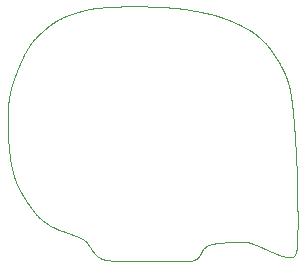
<source format=gko>
G04 #@! TF.FileFunction,Profile,NP*

G04 leading zeros omitted (L); absolute data (A); 6 integer digits and 6 fractional digits *
%FSLAX66Y66*%

G04 mode (MO): millimeters (MM) *
%MOMM*%

G04 Aperture definitions *
%ADD10C,0.001X*%
%ADD11C,0.001X*%
%ADD20C,0.05X*%

%LPD*%
D20*
G01X0023752Y-8654498D02*
G01X0023752Y-8654498D01*
G01X0026722Y-8619344D01*
G01X0029942Y-8581592D01*
G01X0033434Y-8541349D01*
G01X0037218Y-8498724D01*
G01X0041318Y-8453821D01*
G01X0045754Y-8406749D01*
G01X0050549Y-8357615D01*
G01X0055723Y-8306524D01*
G01X0061300Y-8253584D01*
G01X0067300Y-8198902D01*
G01X0073746Y-8142585D01*
G01X0080658Y-8084740D01*
G01X0088060Y-8025473D01*
G01X0095972Y-7964891D01*
G01X0104416Y-7903102D01*
G01X0113414Y-7840212D01*
G01X0122987Y-7776328D01*
G01X0133159Y-7711557D01*
G01X0143949Y-7646006D01*
G01X0155380Y-7579782D01*
G01X0167474Y-7512991D01*
G01X0180252Y-7445741D01*
G01X0193736Y-7378138D01*
G01X0207948Y-7310290D01*
G01X0222910Y-7242302D01*
G01X0222910Y-7242302D01*
G01X0222910Y-7242302D01*
G01X0234632Y-7191278D01*
G01X0246776Y-7140240D01*
G01X0259327Y-7089196D01*
G01X0272273Y-7038152D01*
G01X0285600Y-6987114D01*
G01X0299295Y-6936089D01*
G01X0313345Y-6885084D01*
G01X0327736Y-6834104D01*
G01X0342456Y-6783157D01*
G01X0357491Y-6732249D01*
G01X0372828Y-6681385D01*
G01X0388454Y-6630574D01*
G01X0404355Y-6579821D01*
G01X0420519Y-6529133D01*
G01X0436931Y-6478516D01*
G01X0453580Y-6427977D01*
G01X0470451Y-6377523D01*
G01X0487531Y-6327159D01*
G01X0504808Y-6276892D01*
G01X0522267Y-6226729D01*
G01X0539897Y-6176677D01*
G01X0557682Y-6126741D01*
G01X0575611Y-6076928D01*
G01X0593671Y-6027245D01*
G01X0611847Y-5977698D01*
G01X0630126Y-5928294D01*
G01X0648496Y-5879039D01*
G01X0666943Y-5829940D01*
G01X0685454Y-5781003D01*
G01X0704016Y-5732235D01*
G01X0722615Y-5683642D01*
G01X0741239Y-5635231D01*
G01X0759874Y-5587007D01*
G01X0766085Y-5570976D01*
G01X0766085Y-5570976D01*
G01X0790927Y-5507069D01*
G01X0815761Y-5443522D01*
G01X0840592Y-5380353D01*
G01X0865423Y-5317575D01*
G01X0890256Y-5255204D01*
G01X0915095Y-5193257D01*
G01X0939943Y-5131748D01*
G01X0964803Y-5070693D01*
G01X0989678Y-5010107D01*
G01X1014573Y-4950006D01*
G01X1039488Y-4890406D01*
G01X1064429Y-4831322D01*
G01X1089398Y-4772769D01*
G01X1114398Y-4714763D01*
G01X1139432Y-4657320D01*
G01X1164504Y-4600455D01*
G01X1189617Y-4544183D01*
G01X1214774Y-4488520D01*
G01X1239978Y-4433482D01*
G01X1265232Y-4379084D01*
G01X1290539Y-4325341D01*
G01X1315903Y-4272269D01*
G01X1341327Y-4219884D01*
G01X1366814Y-4168201D01*
G01X1392367Y-4117235D01*
G01X1392367Y-4117235D01*
G01X1392367Y-4117235D01*
G01X1424387Y-4054578D01*
G01X1456466Y-3993113D01*
G01X1488583Y-3932846D01*
G01X1520717Y-3873782D01*
G01X1552846Y-3815926D01*
G01X1584949Y-3759282D01*
G01X1617005Y-3703857D01*
G01X1648993Y-3649655D01*
G01X1680891Y-3596681D01*
G01X1712679Y-3544941D01*
G01X1744334Y-3494439D01*
G01X1775836Y-3445181D01*
G01X1807164Y-3397171D01*
G01X1838296Y-3350414D01*
G01X1869211Y-3304917D01*
G01X1899887Y-3260683D01*
G01X1930305Y-3217719D01*
G01X1960442Y-3176028D01*
G01X1990277Y-3135616D01*
G01X2019789Y-3096489D01*
G01X2019789Y-3096489D01*
G01X2019789Y-3096489D01*
G01X2054764Y-3051218D01*
G01X2089345Y-3007640D01*
G01X2123650Y-2965560D01*
G01X2157798Y-2924788D01*
G01X2191907Y-2885129D01*
G01X2226098Y-2846391D01*
G01X2260487Y-2808382D01*
G01X2295196Y-2770909D01*
G01X2330341Y-2733780D01*
G01X2366042Y-2696801D01*
G01X2402418Y-2659780D01*
G01X2439587Y-2622524D01*
G01X2477669Y-2584842D01*
G01X2516781Y-2546539D01*
G01X2557044Y-2507424D01*
G01X2598576Y-2467304D01*
G01X2627027Y-2439904D01*
G01X2627027Y-2439904D01*
G01X2663498Y-2404845D01*
G01X2700957Y-2368933D01*
G01X2739365Y-2332245D01*
G01X2778680Y-2294856D01*
G01X2818864Y-2256844D01*
G01X2859876Y-2218286D01*
G01X2901677Y-2179258D01*
G01X2944226Y-2139836D01*
G01X2987485Y-2100097D01*
G01X3031413Y-2060118D01*
G01X3075970Y-2019976D01*
G01X3121117Y-1979747D01*
G01X3166813Y-1939507D01*
G01X3213019Y-1899333D01*
G01X3259695Y-1859303D01*
G01X3306801Y-1819492D01*
G01X3354298Y-1779977D01*
G01X3402145Y-1740835D01*
G01X3450302Y-1702142D01*
G01X3498730Y-1663976D01*
G01X3498730Y-1663976D01*
G01X3498730Y-1663976D01*
G01X3547397Y-1626396D01*
G01X3596287Y-1589418D01*
G01X3645382Y-1553047D01*
G01X3694666Y-1517289D01*
G01X3744121Y-1482149D01*
G01X3793731Y-1447635D01*
G01X3843478Y-1413751D01*
G01X3893346Y-1380503D01*
G01X3943318Y-1347898D01*
G01X3993376Y-1315941D01*
G01X4043504Y-1284639D01*
G01X4093685Y-1253997D01*
G01X4143902Y-1224021D01*
G01X4194137Y-1194716D01*
G01X4244374Y-1166090D01*
G01X4294596Y-1138147D01*
G01X4344786Y-1110894D01*
G01X4394926Y-1084337D01*
G01X4445001Y-1058481D01*
G01X4494992Y-1033332D01*
G01X4494992Y-1033332D01*
G01X4494992Y-1033332D01*
G01X4544891Y-1008889D01*
G01X4594744Y-0985114D01*
G01X4644623Y-0961957D01*
G01X4694596Y-0939368D01*
G01X4744734Y-0917298D01*
G01X4795106Y-0895698D01*
G01X4845781Y-0874517D01*
G01X4896829Y-0853706D01*
G01X4948321Y-0833217D01*
G01X5000326Y-0812998D01*
G01X5052913Y-0793001D01*
G01X5106152Y-0773176D01*
G01X5160113Y-0753473D01*
G01X5214865Y-0733844D01*
G01X5270479Y-0714238D01*
G01X5327024Y-0694605D01*
G01X5384569Y-0674897D01*
G01X5443185Y-0655064D01*
G01X5502940Y-0635056D01*
G01X5563905Y-0614823D01*
G01X5563905Y-0614823D01*
G01X5563905Y-0614823D01*
G01X5613586Y-0598452D01*
G01X5664066Y-0581934D01*
G01X5715324Y-0565298D01*
G01X5767341Y-0548574D01*
G01X5820098Y-0531790D01*
G01X5873574Y-0514974D01*
G01X5927750Y-0498156D01*
G01X5982606Y-0481365D01*
G01X6038122Y-0464629D01*
G01X6094278Y-0447976D01*
G01X6151054Y-0431436D01*
G01X6208431Y-0415038D01*
G01X6266388Y-0398810D01*
G01X6324907Y-0382780D01*
G01X6383966Y-0366979D01*
G01X6443547Y-0351433D01*
G01X6503629Y-0336174D01*
G01X6564193Y-0321228D01*
G01X6625219Y-0306625D01*
G01X6686687Y-0292393D01*
G01X6748577Y-0278562D01*
G01X6810869Y-0265160D01*
G01X6873544Y-0252216D01*
G01X6936581Y-0239758D01*
G01X6999961Y-0227816D01*
G01X6999961Y-0227816D01*
G01X6999961Y-0227816D01*
G01X7063665Y-0216409D01*
G01X7127666Y-0205528D01*
G01X7191935Y-0195156D01*
G01X7256443Y-0185274D01*
G01X7321161Y-0175865D01*
G01X7386059Y-0166913D01*
G01X7451109Y-0158399D01*
G01X7516281Y-0150307D01*
G01X7581546Y-0142618D01*
G01X7646875Y-0135317D01*
G01X7712239Y-0128384D01*
G01X7777608Y-0121803D01*
G01X7842954Y-0115557D01*
G01X7908246Y-0109628D01*
G01X7973457Y-0103999D01*
G01X8038557Y-0098652D01*
G01X8103516Y-0093570D01*
G01X8168306Y-0088735D01*
G01X8232897Y-0084131D01*
G01X8297261Y-0079740D01*
G01X8361367Y-0075545D01*
G01X8425187Y-0071527D01*
G01X8488691Y-0067671D01*
G01X8551851Y-0063958D01*
G01X8614638Y-0060370D01*
G01X8614638Y-0060370D01*
G01X8614638Y-0060370D01*
G01X8677029Y-0056895D01*
G01X8739031Y-0053528D01*
G01X8800653Y-0050268D01*
G01X8861906Y-0047115D01*
G01X8922800Y-0044070D01*
G01X8983346Y-0041130D01*
G01X9043553Y-0038297D01*
G01X9103432Y-0035569D01*
G01X9162993Y-0032946D01*
G01X9222247Y-0030428D01*
G01X9281203Y-0028014D01*
G01X9339872Y-0025704D01*
G01X9398265Y-0023497D01*
G01X9456391Y-0021394D01*
G01X9514261Y-0019393D01*
G01X9571885Y-0017494D01*
G01X9629273Y-0015696D01*
G01X9686436Y-0014000D01*
G01X9743384Y-0012405D01*
G01X9800127Y-0010911D01*
G01X9856676Y-0009516D01*
G01X9913040Y-0008221D01*
G01X9969230Y-0007025D01*
G01X10025257Y-0005927D01*
G01X10081130Y-0004928D01*
G01X10081130Y-0004928D01*
G01X10081130Y-0004928D01*
G01X10136861Y-0004026D01*
G01X10192460Y-0003221D01*
G01X10247935Y-0002509D01*
G01X10303292Y-0001890D01*
G01X10358539Y-0001362D01*
G01X10413683Y-0000923D01*
G01X10468731Y-0000572D01*
G01X10523691Y-0000305D01*
G01X10578569Y-0000123D01*
G01X10633373Y-0000023D01*
G01X10688110Y-0000003D01*
G01X10742787Y-0000062D01*
G01X10797412Y-0000197D01*
G01X10851991Y-0000408D01*
G01X10906532Y-0000692D01*
G01X10961043Y-0001048D01*
G01X11015530Y-0001473D01*
G01X11070000Y-0001967D01*
G01X11124462Y-0002527D01*
G01X11178921Y-0003151D01*
G01X11233386Y-0003839D01*
G01X11287863Y-0004588D01*
G01X11342360Y-0005396D01*
G01X11396884Y-0006262D01*
G01X11451441Y-0007183D01*
G01X11451441Y-0007183D01*
G01X11451441Y-0007183D01*
G01X11506046Y-0008161D01*
G01X11560724Y-0009197D01*
G01X11615503Y-0010293D01*
G01X11670411Y-0011452D01*
G01X11725474Y-0012678D01*
G01X11780722Y-0013974D01*
G01X11836181Y-0015342D01*
G01X11891880Y-0016786D01*
G01X11947845Y-0018308D01*
G01X12004105Y-0019913D01*
G01X12060686Y-0021602D01*
G01X12117618Y-0023378D01*
G01X12174928Y-0025246D01*
G01X12232642Y-0027207D01*
G01X12290789Y-0029266D01*
G01X12349397Y-0031424D01*
G01X12408493Y-0033685D01*
G01X12468104Y-0036053D01*
G01X12528260Y-0038529D01*
G01X12588986Y-0041118D01*
G01X12650311Y-0043821D01*
G01X12712262Y-0046643D01*
G01X12774867Y-0049586D01*
G01X12838155Y-0052653D01*
G01X12902151Y-0055847D01*
G01X12902151Y-0055847D01*
G01X12902151Y-0055847D01*
G01X12950625Y-0058328D01*
G01X12999485Y-0060883D01*
G01X13048702Y-0063512D01*
G01X13098248Y-0066216D01*
G01X13148093Y-0068996D01*
G01X13198209Y-0071851D01*
G01X13248565Y-0074782D01*
G01X13299132Y-0077790D01*
G01X13349883Y-0080875D01*
G01X13400787Y-0084038D01*
G01X13451815Y-0087279D01*
G01X13502938Y-0090598D01*
G01X13554127Y-0093997D01*
G01X13605352Y-0097476D01*
G01X13656586Y-0101034D01*
G01X13707797Y-0104674D01*
G01X13758959Y-0108394D01*
G01X13810040Y-0112196D01*
G01X13861012Y-0116080D01*
G01X13911846Y-0120046D01*
G01X13962512Y-0124095D01*
G01X14012982Y-0128228D01*
G01X14063227Y-0132445D01*
G01X14113216Y-0136747D01*
G01X14162922Y-0141133D01*
G01X14212314Y-0145605D01*
G01X14261364Y-0150163D01*
G01X14310043Y-0154807D01*
G01X14358321Y-0159538D01*
G01X14406169Y-0164356D01*
G01X14453558Y-0169263D01*
G01X14500459Y-0174257D01*
G01X14546843Y-0179341D01*
G01X14562184Y-0181055D01*
G01X14562184Y-0181055D01*
G01X14622987Y-0188020D01*
G01X14682960Y-0195161D01*
G01X14742175Y-0202481D01*
G01X14800704Y-0209980D01*
G01X14858619Y-0217661D01*
G01X14915993Y-0225526D01*
G01X14972897Y-0233577D01*
G01X15029404Y-0241815D01*
G01X15085585Y-0250242D01*
G01X15141514Y-0258860D01*
G01X15197262Y-0267671D01*
G01X15252901Y-0276676D01*
G01X15308504Y-0285878D01*
G01X15364142Y-0295278D01*
G01X15419888Y-0304878D01*
G01X15475813Y-0314681D01*
G01X15531991Y-0324687D01*
G01X15588493Y-0334898D01*
G01X15645391Y-0345317D01*
G01X15702757Y-0355945D01*
G01X15760665Y-0366785D01*
G01X15819184Y-0377837D01*
G01X15878389Y-0389103D01*
G01X15938351Y-0400587D01*
G01X15999142Y-0412289D01*
G01X15999142Y-0412289D01*
G01X15999142Y-0412289D01*
G01X16045327Y-0421212D01*
G01X16092020Y-0430266D01*
G01X16139199Y-0439454D01*
G01X16186838Y-0448777D01*
G01X16234914Y-0458237D01*
G01X16283402Y-0467838D01*
G01X16332280Y-0477581D01*
G01X16381521Y-0487469D01*
G01X16431103Y-0497505D01*
G01X16481002Y-0507689D01*
G01X16531193Y-0518025D01*
G01X16581652Y-0528515D01*
G01X16632355Y-0539161D01*
G01X16683278Y-0549966D01*
G01X16734398Y-0560932D01*
G01X16785689Y-0572060D01*
G01X16837128Y-0583355D01*
G01X16888691Y-0594817D01*
G01X16940354Y-0606449D01*
G01X16992092Y-0618253D01*
G01X17043882Y-0630233D01*
G01X17095700Y-0642389D01*
G01X17147521Y-0654724D01*
G01X17199321Y-0667241D01*
G01X17251077Y-0679942D01*
G01X17302764Y-0692830D01*
G01X17354358Y-0705906D01*
G01X17405835Y-0719172D01*
G01X17457172Y-0732632D01*
G01X17508343Y-0746287D01*
G01X17559325Y-0760140D01*
G01X17610095Y-0774193D01*
G01X17660626Y-0788448D01*
G01X17677414Y-0793245D01*
G01X17677414Y-0793245D01*
G01X17727610Y-0807779D01*
G01X17777576Y-0822529D01*
G01X17827327Y-0837500D01*
G01X17876880Y-0852693D01*
G01X17926249Y-0868113D01*
G01X17975450Y-0883762D01*
G01X18024499Y-0899643D01*
G01X18073412Y-0915759D01*
G01X18122204Y-0932113D01*
G01X18170891Y-0948708D01*
G01X18219489Y-0965547D01*
G01X18268012Y-0982633D01*
G01X18316478Y-0999969D01*
G01X18364901Y-1017557D01*
G01X18413297Y-1035402D01*
G01X18461682Y-1053505D01*
G01X18510071Y-1071870D01*
G01X18558481Y-1090499D01*
G01X18606926Y-1109397D01*
G01X18655423Y-1128565D01*
G01X18703987Y-1148007D01*
G01X18752633Y-1167725D01*
G01X18801378Y-1187723D01*
G01X18850237Y-1208004D01*
G01X18899226Y-1228570D01*
G01X18948360Y-1249425D01*
G01X18997655Y-1270571D01*
G01X19047126Y-1292011D01*
G01X19096790Y-1313749D01*
G01X19146662Y-1335788D01*
G01X19196757Y-1358130D01*
G01X19247092Y-1380778D01*
G01X19297681Y-1403735D01*
G01X19314604Y-1411457D01*
G01X19314604Y-1411457D01*
G01X19365557Y-1434834D01*
G01X19416773Y-1458531D01*
G01X19468227Y-1482552D01*
G01X19519893Y-1506898D01*
G01X19571748Y-1531571D01*
G01X19623765Y-1556576D01*
G01X19675920Y-1581912D01*
G01X19728187Y-1607585D01*
G01X19780541Y-1633594D01*
G01X19832958Y-1659944D01*
G01X19885413Y-1686636D01*
G01X19937879Y-1713674D01*
G01X19990333Y-1741058D01*
G01X20042749Y-1768793D01*
G01X20095102Y-1796880D01*
G01X20147366Y-1825321D01*
G01X20199518Y-1854120D01*
G01X20251532Y-1883278D01*
G01X20303382Y-1912798D01*
G01X20355044Y-1942683D01*
G01X20406492Y-1972935D01*
G01X20457703Y-2003556D01*
G01X20508649Y-2034548D01*
G01X20559307Y-2065915D01*
G01X20609651Y-2097659D01*
G01X20659657Y-2129782D01*
G01X20709299Y-2162286D01*
G01X20758552Y-2195174D01*
G01X20807391Y-2228449D01*
G01X20855791Y-2262112D01*
G01X20903727Y-2296167D01*
G01X20951173Y-2330616D01*
G01X20998106Y-2365460D01*
G01X21013631Y-2377164D01*
G01X21013631Y-2377164D01*
G01X21059851Y-2412545D01*
G01X21105541Y-2448328D01*
G01X21150707Y-2484500D01*
G01X21195353Y-2521050D01*
G01X21239484Y-2557965D01*
G01X21283104Y-2595232D01*
G01X21326220Y-2632839D01*
G01X21368836Y-2670775D01*
G01X21410955Y-2709026D01*
G01X21452585Y-2747581D01*
G01X21493728Y-2786427D01*
G01X21534390Y-2825553D01*
G01X21574576Y-2864945D01*
G01X21614291Y-2904591D01*
G01X21653539Y-2944480D01*
G01X21692326Y-2984598D01*
G01X21730656Y-3024935D01*
G01X21768534Y-3065477D01*
G01X21805964Y-3106212D01*
G01X21842953Y-3147128D01*
G01X21879504Y-3188212D01*
G01X21915622Y-3229453D01*
G01X21951313Y-3270838D01*
G01X21986580Y-3312355D01*
G01X22021430Y-3353992D01*
G01X22055866Y-3395736D01*
G01X22089894Y-3437575D01*
G01X22123518Y-3479496D01*
G01X22156744Y-3521489D01*
G01X22189575Y-3563539D01*
G01X22222018Y-3605636D01*
G01X22254076Y-3647766D01*
G01X22285755Y-3689918D01*
G01X22296231Y-3703971D01*
G01X22296231Y-3703971D01*
G01X22327417Y-3746139D01*
G01X22358248Y-3788330D01*
G01X22388738Y-3830554D01*
G01X22418899Y-3872820D01*
G01X22448744Y-3915139D01*
G01X22478287Y-3957522D01*
G01X22507538Y-3999977D01*
G01X22536513Y-4042516D01*
G01X22565221Y-4085148D01*
G01X22593678Y-4127884D01*
G01X22621895Y-4170734D01*
G01X22649884Y-4213708D01*
G01X22677660Y-4256816D01*
G01X22705233Y-4300068D01*
G01X22732618Y-4343475D01*
G01X22759826Y-4387046D01*
G01X22786871Y-4430792D01*
G01X22813765Y-4474723D01*
G01X22840520Y-4518850D01*
G01X22867150Y-4563181D01*
G01X22893668Y-4607728D01*
G01X22920085Y-4652501D01*
G01X22946414Y-4697509D01*
G01X22972669Y-4742763D01*
G01X22998861Y-4788274D01*
G01X23025005Y-4834050D01*
G01X23051111Y-4880103D01*
G01X23077194Y-4926443D01*
G01X23103265Y-4973079D01*
G01X23129337Y-5020022D01*
G01X23155424Y-5067282D01*
G01X23181537Y-5114870D01*
G01X23207689Y-5162794D01*
G01X23216418Y-5178846D01*
G01X23216418Y-5178846D01*
G01X23233891Y-5211071D01*
G01X23251383Y-5243487D01*
G01X23268889Y-5276135D01*
G01X23286404Y-5309056D01*
G01X23303924Y-5342290D01*
G01X23321445Y-5375876D01*
G01X23338961Y-5409857D01*
G01X23356469Y-5444271D01*
G01X23373964Y-5479159D01*
G01X23391442Y-5514563D01*
G01X23408898Y-5550521D01*
G01X23426328Y-5587074D01*
G01X23443727Y-5624264D01*
G01X23461091Y-5662129D01*
G01X23478415Y-5700711D01*
G01X23495695Y-5740050D01*
G01X23512927Y-5780186D01*
G01X23530106Y-5821159D01*
G01X23547228Y-5863011D01*
G01X23564287Y-5905780D01*
G01X23581281Y-5949509D01*
G01X23598204Y-5994236D01*
G01X23615051Y-6040003D01*
G01X23631819Y-6086850D01*
G01X23648503Y-6134817D01*
G01X23665098Y-6183944D01*
G01X23681600Y-6234272D01*
G01X23698005Y-6285841D01*
G01X23714308Y-6338692D01*
G01X23730505Y-6392865D01*
G01X23746591Y-6448401D01*
G01X23762561Y-6505339D01*
G01X23778412Y-6563720D01*
G01X23794139Y-6623584D01*
G01X23809737Y-6684973D01*
G01X23825203Y-6747925D01*
G01X23840531Y-6812482D01*
G01X23855716Y-6878684D01*
G01X23870756Y-6946571D01*
G01X23885645Y-7016184D01*
G01X23900378Y-7087563D01*
G01X23914952Y-7160748D01*
G01X23929361Y-7235780D01*
G01X23943602Y-7312699D01*
G01X23957670Y-7391545D01*
G01X23971560Y-7472359D01*
G01X23985268Y-7555182D01*
G01X23998790Y-7640053D01*
G01X24012121Y-7727013D01*
G01X24025257Y-7816102D01*
G01X24025257Y-7816102D01*
G01X24025257Y-7816102D01*
G01X24031750Y-7861455D01*
G01X24038193Y-7907338D01*
G01X24044586Y-7953740D01*
G01X24050930Y-8000651D01*
G01X24057223Y-8048059D01*
G01X24063467Y-8095954D01*
G01X24069661Y-8144323D01*
G01X24075806Y-8193157D01*
G01X24081902Y-8242443D01*
G01X24087949Y-8292172D01*
G01X24093946Y-8342331D01*
G01X24099895Y-8392909D01*
G01X24105796Y-8443897D01*
G01X24111647Y-8495282D01*
G01X24117450Y-8547053D01*
G01X24123205Y-8599199D01*
G01X24128912Y-8651710D01*
G01X24134570Y-8704575D01*
G01X24140181Y-8757781D01*
G01X24145744Y-8811318D01*
G01X24151259Y-8865175D01*
G01X24156726Y-8919341D01*
G01X24162147Y-8973805D01*
G01X24167520Y-9028555D01*
G01X24172845Y-9083581D01*
G01X24178124Y-9138872D01*
G01X24183356Y-9194416D01*
G01X24188541Y-9250202D01*
G01X24193679Y-9306220D01*
G01X24198771Y-9362457D01*
G01X24203817Y-9418904D01*
G01X24208816Y-9475549D01*
G01X24213769Y-9532381D01*
G01X24218676Y-9589389D01*
G01X24223538Y-9646561D01*
G01X24228353Y-9703887D01*
G01X24233123Y-9761356D01*
G01X24237848Y-9818956D01*
G01X24242527Y-9876677D01*
G01X24247161Y-9934506D01*
G01X24251750Y-9992435D01*
G01X24256293Y-10050450D01*
G01X24260792Y-10108541D01*
G01X24265247Y-10166698D01*
G01X24269657Y-10224908D01*
G01X24274022Y-10283162D01*
G01X24278343Y-10341447D01*
G01X24282620Y-10399752D01*
G01X24286852Y-10458067D01*
G01X24291041Y-10516381D01*
G01X24295186Y-10574682D01*
G01X24299288Y-10632960D01*
G01X24303346Y-10691203D01*
G01X24307360Y-10749399D01*
G01X24311331Y-10807539D01*
G01X24315259Y-10865611D01*
G01X24319144Y-10923604D01*
G01X24322986Y-10981507D01*
G01X24326786Y-11039309D01*
G01X24330542Y-11096998D01*
G01X24334257Y-11154564D01*
G01X24337928Y-11211995D01*
G01X24341558Y-11269281D01*
G01X24345145Y-11326410D01*
G01X24348691Y-11383371D01*
G01X24352195Y-11440153D01*
G01X24355656Y-11496746D01*
G01X24359077Y-11553137D01*
G01X24362456Y-11609317D01*
G01X24365793Y-11665273D01*
G01X24369089Y-11720995D01*
G01X24372345Y-11776471D01*
G01X24375559Y-11831692D01*
G01X24378732Y-11886644D01*
G01X24381865Y-11941319D01*
G01X24384957Y-11995703D01*
G01X24388009Y-12049787D01*
G01X24391020Y-12103559D01*
G01X24393992Y-12157008D01*
G01X24396923Y-12210122D01*
G01X24399814Y-12262892D01*
G01X24402666Y-12315306D01*
G01X24405477Y-12367352D01*
G01X24408250Y-12419020D01*
G01X24410983Y-12470299D01*
G01X24413676Y-12521177D01*
G01X24416331Y-12571644D01*
G01X24418946Y-12621688D01*
G01X24421523Y-12671298D01*
G01X24424061Y-12720463D01*
G01X24426560Y-12769172D01*
G01X24429021Y-12817414D01*
G01X24431443Y-12865179D01*
G01X24433827Y-12912454D01*
G01X24436173Y-12959229D01*
G01X24438481Y-13005492D01*
G01X24440752Y-13051233D01*
G01X24442984Y-13096440D01*
G01X24445179Y-13141103D01*
G01X24447336Y-13185210D01*
G01X24447336Y-13185210D01*
G01X24447336Y-13185210D01*
G01X24451540Y-13271738D01*
G01X24455597Y-13356059D01*
G01X24459510Y-13438234D01*
G01X24463283Y-13518325D01*
G01X24466919Y-13596391D01*
G01X24470420Y-13672495D01*
G01X24473790Y-13746698D01*
G01X24477031Y-13819059D01*
G01X24480147Y-13889641D01*
G01X24483140Y-13958504D01*
G01X24486014Y-14025710D01*
G01X24488772Y-14091319D01*
G01X24491415Y-14155392D01*
G01X24493949Y-14217990D01*
G01X24496374Y-14279175D01*
G01X24498696Y-14339007D01*
G01X24500915Y-14397548D01*
G01X24503036Y-14454858D01*
G01X24505062Y-14510998D01*
G01X24506995Y-14566030D01*
G01X24508838Y-14620014D01*
G01X24510594Y-14673011D01*
G01X24512267Y-14725083D01*
G01X24513860Y-14776290D01*
G01X24515374Y-14826693D01*
G01X24516814Y-14876354D01*
G01X24518182Y-14925334D01*
G01X24519482Y-14973692D01*
G01X24520716Y-15021492D01*
G01X24521887Y-15068792D01*
G01X24522998Y-15115655D01*
G01X24524053Y-15162142D01*
G01X24525053Y-15208313D01*
G01X24526003Y-15254229D01*
G01X24526906Y-15299952D01*
G01X24527763Y-15345542D01*
G01X24528579Y-15391061D01*
G01X24529355Y-15436569D01*
G01X24530096Y-15482128D01*
G01X24530804Y-15527798D01*
G01X24531483Y-15573640D01*
G01X24532134Y-15619717D01*
G01X24532761Y-15666087D01*
G01X24533368Y-15712813D01*
G01X24533956Y-15759956D01*
G01X24534530Y-15807576D01*
G01X24535092Y-15855735D01*
G01X24535645Y-15904493D01*
G01X24536191Y-15953912D01*
G01X24536735Y-16004052D01*
G01X24536735Y-16004052D01*
G01X24536735Y-16004052D01*
G01X24537278Y-16054959D01*
G01X24537820Y-16106617D01*
G01X24538361Y-16158996D01*
G01X24538900Y-16212066D01*
G01X24539435Y-16265797D01*
G01X24539967Y-16320158D01*
G01X24540494Y-16375121D01*
G01X24541016Y-16430654D01*
G01X24541531Y-16486728D01*
G01X24542040Y-16543312D01*
G01X24542541Y-16600377D01*
G01X24543034Y-16657893D01*
G01X24543518Y-16715828D01*
G01X24543992Y-16774155D01*
G01X24544455Y-16832841D01*
G01X24544907Y-16891858D01*
G01X24545347Y-16951175D01*
G01X24545773Y-17010763D01*
G01X24546186Y-17070590D01*
G01X24546585Y-17130628D01*
G01X24546968Y-17190845D01*
G01X24547336Y-17251213D01*
G01X24547686Y-17311700D01*
G01X24548020Y-17372277D01*
G01X24548335Y-17432914D01*
G01X24548631Y-17493581D01*
G01X24548907Y-17554248D01*
G01X24549162Y-17614884D01*
G01X24549397Y-17675459D01*
G01X24549609Y-17735945D01*
G01X24549799Y-17796309D01*
G01X24549965Y-17856523D01*
G01X24550106Y-17916557D01*
G01X24550223Y-17976379D01*
G01X24550313Y-18035961D01*
G01X24550377Y-18095273D01*
G01X24550414Y-18154283D01*
G01X24550423Y-18212962D01*
G01X24550402Y-18271281D01*
G01X24550352Y-18329208D01*
G01X24550272Y-18386714D01*
G01X24550160Y-18443770D01*
G01X24550017Y-18500344D01*
G01X24549841Y-18556406D01*
G01X24549631Y-18611928D01*
G01X24549387Y-18666878D01*
G01X24549108Y-18721227D01*
G01X24548794Y-18774944D01*
G01X24548442Y-18828000D01*
G01X24548054Y-18880364D01*
G01X24548054Y-18880364D01*
G01X24548054Y-18880364D01*
G01X24547400Y-18957566D01*
G01X24546656Y-19033157D01*
G01X24545819Y-19107151D01*
G01X24544884Y-19179564D01*
G01X24543847Y-19250409D01*
G01X24542704Y-19319702D01*
G01X24541452Y-19387457D01*
G01X24540087Y-19453690D01*
G01X24538603Y-19518413D01*
G01X24536998Y-19581644D01*
G01X24535267Y-19643395D01*
G01X24533406Y-19703682D01*
G01X24531411Y-19762519D01*
G01X24529278Y-19819921D01*
G01X24527004Y-19875903D01*
G01X24524583Y-19930480D01*
G01X24522012Y-19983666D01*
G01X24519288Y-20035476D01*
G01X24516405Y-20085924D01*
G01X24513361Y-20135026D01*
G01X24510150Y-20182795D01*
G01X24506769Y-20229248D01*
G01X24503214Y-20274397D01*
G01X24499481Y-20318259D01*
G01X24495566Y-20360847D01*
G01X24491464Y-20402177D01*
G01X24487172Y-20442263D01*
G01X24482686Y-20481120D01*
G01X24478002Y-20518763D01*
G01X24473115Y-20555205D01*
G01X24468022Y-20590463D01*
G01X24462719Y-20624550D01*
G01X24457201Y-20657482D01*
G01X24455314Y-20668204D01*
G01X24455314Y-20668204D01*
G01X24441402Y-20739772D01*
G01X24426203Y-20805416D01*
G01X24409629Y-20865402D01*
G01X24391592Y-20919997D01*
G01X24372002Y-20969465D01*
G01X24350772Y-21014073D01*
G01X24327813Y-21054088D01*
G01X24303036Y-21089773D01*
G01X24276353Y-21121396D01*
G01X24247675Y-21149223D01*
G01X24216914Y-21173518D01*
G01X24183982Y-21194548D01*
G01X24148789Y-21212579D01*
G01X24111247Y-21227877D01*
G01X24100077Y-21231783D01*
G01X24100077Y-21231783D01*
G01X24071250Y-21240677D01*
G01X24041021Y-21248275D01*
G01X24009245Y-21254505D01*
G01X23975777Y-21259292D01*
G01X23940470Y-21262566D01*
G01X23903180Y-21264253D01*
G01X23863761Y-21264280D01*
G01X23822067Y-21262576D01*
G01X23777953Y-21259066D01*
G01X23731273Y-21253678D01*
G01X23681882Y-21246341D01*
G01X23629635Y-21236980D01*
G01X23574385Y-21225524D01*
G01X23515987Y-21211899D01*
G01X23454296Y-21196033D01*
G01X23389167Y-21177854D01*
G01X23320453Y-21157288D01*
G01X23248009Y-21134263D01*
G01X23171689Y-21108706D01*
G01X23091349Y-21080545D01*
G01X23091349Y-21080545D01*
G01X23091349Y-21080545D01*
G01X23041169Y-21062376D01*
G01X22989567Y-21043288D01*
G01X22936637Y-21023336D01*
G01X22882471Y-21002569D01*
G01X22827162Y-20981042D01*
G01X22770802Y-20958806D01*
G01X22713484Y-20935913D01*
G01X22655301Y-20912417D01*
G01X22596344Y-20888368D01*
G01X22536706Y-20863820D01*
G01X22476481Y-20838825D01*
G01X22415760Y-20813434D01*
G01X22354636Y-20787701D01*
G01X22293202Y-20761678D01*
G01X22231550Y-20735417D01*
G01X22169772Y-20708970D01*
G01X22107962Y-20682389D01*
G01X22046211Y-20655727D01*
G01X21984613Y-20629036D01*
G01X21923260Y-20602369D01*
G01X21862243Y-20575778D01*
G01X21801657Y-20549314D01*
G01X21741593Y-20523031D01*
G01X21682145Y-20496981D01*
G01X21623403Y-20471215D01*
G01X21565462Y-20445787D01*
G01X21508414Y-20420748D01*
G01X21452350Y-20396151D01*
G01X21397364Y-20372048D01*
G01X21343549Y-20348492D01*
G01X21290996Y-20325534D01*
G01X21239799Y-20303227D01*
G01X21190049Y-20281624D01*
G01X21173804Y-20274588D01*
G01X21173804Y-20274588D01*
G01X21110531Y-20247295D01*
G01X21049873Y-20221341D01*
G01X20991663Y-20196697D01*
G01X20935733Y-20173333D01*
G01X20881916Y-20151220D01*
G01X20830046Y-20130328D01*
G01X20779956Y-20110627D01*
G01X20731479Y-20092088D01*
G01X20684447Y-20074682D01*
G01X20638695Y-20058378D01*
G01X20594055Y-20043148D01*
G01X20550361Y-20028961D01*
G01X20507445Y-20015788D01*
G01X20465140Y-20003600D01*
G01X20423280Y-19992367D01*
G01X20381698Y-19982060D01*
G01X20340227Y-19972648D01*
G01X20298700Y-19964103D01*
G01X20256949Y-19956394D01*
G01X20214809Y-19949492D01*
G01X20172113Y-19943369D01*
G01X20128692Y-19937993D01*
G01X20084382Y-19933336D01*
G01X20039014Y-19929367D01*
G01X19992421Y-19926059D01*
G01X19992421Y-19926059D01*
G01X19992421Y-19926059D01*
G01X19944474Y-19923381D01*
G01X19895177Y-19921309D01*
G01X19844573Y-19919821D01*
G01X19792699Y-19918892D01*
G01X19739596Y-19918500D01*
G01X19685304Y-19918621D01*
G01X19629862Y-19919230D01*
G01X19573310Y-19920306D01*
G01X19515689Y-19921824D01*
G01X19457037Y-19923761D01*
G01X19397395Y-19926094D01*
G01X19336802Y-19928798D01*
G01X19275299Y-19931851D01*
G01X19212924Y-19935230D01*
G01X19149718Y-19938910D01*
G01X19085721Y-19942868D01*
G01X19020971Y-19947081D01*
G01X18955510Y-19951525D01*
G01X18889377Y-19956178D01*
G01X18822612Y-19961014D01*
G01X18755254Y-19966012D01*
G01X18687343Y-19971147D01*
G01X18618919Y-19976396D01*
G01X18550022Y-19981735D01*
G01X18480692Y-19987142D01*
G01X18480692Y-19987142D01*
G01X18480692Y-19987142D01*
G01X18410982Y-19992605D01*
G01X18340998Y-19998161D01*
G01X18270850Y-20003861D01*
G01X18200652Y-20009755D01*
G01X18130516Y-20015895D01*
G01X18060556Y-20022329D01*
G01X17990885Y-20029110D01*
G01X17921614Y-20036286D01*
G01X17852857Y-20043909D01*
G01X17784726Y-20052028D01*
G01X17717335Y-20060695D01*
G01X17650796Y-20069960D01*
G01X17585222Y-20079872D01*
G01X17520725Y-20090483D01*
G01X17457419Y-20101843D01*
G01X17395416Y-20114002D01*
G01X17334829Y-20127011D01*
G01X17275771Y-20140920D01*
G01X17218354Y-20155780D01*
G01X17162692Y-20171640D01*
G01X17108896Y-20188552D01*
G01X17057081Y-20206566D01*
G01X17007358Y-20225731D01*
G01X16959841Y-20246099D01*
G01X16914641Y-20267720D01*
G01X16914641Y-20267720D01*
G01X16914641Y-20267720D01*
G01X16861507Y-20296541D01*
G01X16811977Y-20327229D01*
G01X16765853Y-20359618D01*
G01X16722937Y-20393540D01*
G01X16683029Y-20428826D01*
G01X16645931Y-20465309D01*
G01X16611445Y-20502820D01*
G01X16579371Y-20541193D01*
G01X16549512Y-20580258D01*
G01X16521667Y-20619849D01*
G01X16495639Y-20659796D01*
G01X16471230Y-20699933D01*
G01X16448239Y-20740091D01*
G01X16426469Y-20780103D01*
G01X16405721Y-20819800D01*
G01X16385797Y-20859014D01*
G01X16366497Y-20897579D01*
G01X16347622Y-20935325D01*
G01X16328975Y-20972085D01*
G01X16310357Y-21007691D01*
G01X16310357Y-21007691D01*
G01X16310357Y-21007691D01*
G01X16280235Y-21061965D01*
G01X16249478Y-21112928D01*
G01X16217885Y-21160667D01*
G01X16185253Y-21205263D01*
G01X16151379Y-21246803D01*
G01X16116060Y-21285370D01*
G01X16079095Y-21321049D01*
G01X16040281Y-21353923D01*
G01X15999414Y-21384078D01*
G01X15956294Y-21411598D01*
G01X15910716Y-21436567D01*
G01X15862480Y-21459069D01*
G01X15837301Y-21469421D01*
G01X15837301Y-21469421D01*
G01X15811357Y-21479188D01*
G01X15784485Y-21488386D01*
G01X15756495Y-21497033D01*
G01X15727192Y-21505147D01*
G01X15696385Y-21512747D01*
G01X15663881Y-21519851D01*
G01X15629487Y-21526476D01*
G01X15593012Y-21532643D01*
G01X15554262Y-21538368D01*
G01X15513046Y-21543670D01*
G01X15469170Y-21548568D01*
G01X15422442Y-21553080D01*
G01X15372670Y-21557223D01*
G01X15319661Y-21561017D01*
G01X15263222Y-21564479D01*
G01X15203162Y-21567629D01*
G01X15139287Y-21570483D01*
G01X15071406Y-21573061D01*
G01X14999325Y-21575381D01*
G01X14922853Y-21577461D01*
G01X14841796Y-21579319D01*
G01X14755962Y-21580974D01*
G01X14665159Y-21582444D01*
G01X14569195Y-21583748D01*
G01X14467876Y-21584903D01*
G01X14467876Y-21584903D01*
G01X14467876Y-21584903D01*
G01X14415162Y-21585430D01*
G01X14361108Y-21585925D01*
G01X14305756Y-21586389D01*
G01X14249150Y-21586822D01*
G01X14191330Y-21587226D01*
G01X14132341Y-21587599D01*
G01X14072223Y-21587945D01*
G01X14011020Y-21588262D01*
G01X13948774Y-21588551D01*
G01X13885527Y-21588814D01*
G01X13821321Y-21589051D01*
G01X13756199Y-21589262D01*
G01X13690204Y-21589449D01*
G01X13623378Y-21589611D01*
G01X13555762Y-21589750D01*
G01X13487400Y-21589866D01*
G01X13418334Y-21589960D01*
G01X13348606Y-21590032D01*
G01X13278258Y-21590084D01*
G01X13207334Y-21590115D01*
G01X13135875Y-21590127D01*
G01X13063923Y-21590120D01*
G01X12991522Y-21590095D01*
G01X12918713Y-21590052D01*
G01X12845539Y-21589992D01*
G01X12772042Y-21589916D01*
G01X12698265Y-21589824D01*
G01X12624250Y-21589717D01*
G01X12550039Y-21589596D01*
G01X12475675Y-21589461D01*
G01X12401200Y-21589314D01*
G01X12326657Y-21589154D01*
G01X12252087Y-21588982D01*
G01X12177534Y-21588799D01*
G01X12103039Y-21588606D01*
G01X12028646Y-21588403D01*
G01X11954395Y-21588191D01*
G01X11880331Y-21587971D01*
G01X11806495Y-21587743D01*
G01X11732929Y-21587508D01*
G01X11659676Y-21587266D01*
G01X11586778Y-21587019D01*
G01X11514278Y-21586766D01*
G01X11442219Y-21586509D01*
G01X11370641Y-21586248D01*
G01X11299588Y-21585984D01*
G01X11229103Y-21585718D01*
G01X11159227Y-21585449D01*
G01X11090003Y-21585180D01*
G01X11021473Y-21584910D01*
G01X11021473Y-21584910D01*
G01X11021473Y-21584910D01*
G01X10953674Y-21584639D01*
G01X10886612Y-21584364D01*
G01X10820286Y-21584081D01*
G01X10754694Y-21583788D01*
G01X10689834Y-21583481D01*
G01X10625705Y-21583155D01*
G01X10562305Y-21582807D01*
G01X10499632Y-21582435D01*
G01X10437684Y-21582033D01*
G01X10376460Y-21581599D01*
G01X10315959Y-21581128D01*
G01X10256178Y-21580618D01*
G01X10197116Y-21580064D01*
G01X10138770Y-21579464D01*
G01X10081141Y-21578813D01*
G01X10024224Y-21578107D01*
G01X9968020Y-21577344D01*
G01X9912527Y-21576520D01*
G01X9857741Y-21575630D01*
G01X9803663Y-21574672D01*
G01X9750290Y-21573642D01*
G01X9697621Y-21572535D01*
G01X9645653Y-21571350D01*
G01X9594386Y-21570081D01*
G01X9543817Y-21568726D01*
G01X9493945Y-21567280D01*
G01X9444767Y-21565740D01*
G01X9396284Y-21564103D01*
G01X9348492Y-21562365D01*
G01X9301390Y-21560523D01*
G01X9254976Y-21558572D01*
G01X9209249Y-21556509D01*
G01X9164207Y-21554330D01*
G01X9119848Y-21552032D01*
G01X9076171Y-21549612D01*
G01X9033174Y-21547065D01*
G01X8990854Y-21544389D01*
G01X8949212Y-21541578D01*
G01X8908244Y-21538631D01*
G01X8867949Y-21535543D01*
G01X8828325Y-21532310D01*
G01X8789372Y-21528930D01*
G01X8751086Y-21525398D01*
G01X8713467Y-21521710D01*
G01X8676512Y-21517864D01*
G01X8640220Y-21513856D01*
G01X8604590Y-21509681D01*
G01X8569619Y-21505337D01*
G01X8535306Y-21500820D01*
G01X8501649Y-21496125D01*
G01X8501649Y-21496125D01*
G01X8501649Y-21496125D01*
G01X8436303Y-21486204D01*
G01X8373523Y-21475567D01*
G01X8313216Y-21464198D01*
G01X8255289Y-21452082D01*
G01X8199651Y-21439205D01*
G01X8146208Y-21425551D01*
G01X8094869Y-21411106D01*
G01X8045542Y-21395855D01*
G01X7998133Y-21379782D01*
G01X7952552Y-21362873D01*
G01X7908704Y-21345113D01*
G01X7866499Y-21326487D01*
G01X7825844Y-21306980D01*
G01X7786647Y-21286576D01*
G01X7748815Y-21265262D01*
G01X7712255Y-21243021D01*
G01X7676877Y-21219840D01*
G01X7642587Y-21195702D01*
G01X7609292Y-21170594D01*
G01X7576902Y-21144500D01*
G01X7545323Y-21117405D01*
G01X7514464Y-21089294D01*
G01X7484231Y-21060153D01*
G01X7454533Y-21029966D01*
G01X7425277Y-20998718D01*
G01X7425277Y-20998718D01*
G01X7425277Y-20998718D01*
G01X7389232Y-20958188D01*
G01X7353747Y-20916173D01*
G01X7318806Y-20872851D01*
G01X7284390Y-20828396D01*
G01X7250482Y-20782987D01*
G01X7217063Y-20736800D01*
G01X7184118Y-20690011D01*
G01X7151627Y-20642796D01*
G01X7119573Y-20595333D01*
G01X7087939Y-20547798D01*
G01X7056706Y-20500368D01*
G01X7025857Y-20453218D01*
G01X6995375Y-20406527D01*
G01X6965241Y-20360470D01*
G01X6935439Y-20315223D01*
G01X6905949Y-20270965D01*
G01X6876756Y-20227870D01*
G01X6847840Y-20186116D01*
G01X6819184Y-20145879D01*
G01X6790771Y-20107336D01*
G01X6790771Y-20107336D01*
G01X6790771Y-20107336D01*
G01X6756943Y-20063488D01*
G01X6723247Y-20022153D01*
G01X6689491Y-19983149D01*
G01X6655484Y-19946298D01*
G01X6621035Y-19911420D01*
G01X6585953Y-19878333D01*
G01X6550047Y-19846858D01*
G01X6513126Y-19816815D01*
G01X6474999Y-19788024D01*
G01X6435475Y-19760305D01*
G01X6394362Y-19733477D01*
G01X6351469Y-19707360D01*
G01X6306606Y-19681775D01*
G01X6259582Y-19656541D01*
G01X6210204Y-19631478D01*
G01X6158283Y-19606406D01*
G01X6122161Y-19589597D01*
G01X6122161Y-19589597D01*
G01X6084790Y-19572662D01*
G01X6046170Y-19555583D01*
G01X6006295Y-19538343D01*
G01X5965163Y-19520925D01*
G01X5922766Y-19503313D01*
G01X5879102Y-19485491D01*
G01X5834165Y-19467441D01*
G01X5787950Y-19449147D01*
G01X5740453Y-19430592D01*
G01X5691669Y-19411760D01*
G01X5641593Y-19392634D01*
G01X5590220Y-19373198D01*
G01X5537546Y-19353434D01*
G01X5483566Y-19333326D01*
G01X5428275Y-19312858D01*
G01X5371669Y-19292013D01*
G01X5313742Y-19270775D01*
G01X5254490Y-19249125D01*
G01X5193909Y-19227049D01*
G01X5131993Y-19204529D01*
G01X5068737Y-19181549D01*
G01X5004138Y-19158092D01*
G01X4938189Y-19134142D01*
G01X4870888Y-19109681D01*
G01X4802227Y-19084694D01*
G01X4802227Y-19084694D01*
G01X4802227Y-19084694D01*
G01X4749842Y-19065592D01*
G01X4696721Y-19046145D01*
G01X4642904Y-19026319D01*
G01X4588430Y-19006078D01*
G01X4533336Y-18985385D01*
G01X4477661Y-18964205D01*
G01X4421443Y-18942502D01*
G01X4364722Y-18920240D01*
G01X4307535Y-18897384D01*
G01X4249920Y-18873898D01*
G01X4191917Y-18849745D01*
G01X4133563Y-18824891D01*
G01X4074897Y-18799299D01*
G01X4015958Y-18772934D01*
G01X3956783Y-18745760D01*
G01X3897412Y-18717741D01*
G01X3837883Y-18688841D01*
G01X3778233Y-18659024D01*
G01X3718503Y-18628256D01*
G01X3658729Y-18596499D01*
G01X3598951Y-18563718D01*
G01X3539207Y-18529878D01*
G01X3479535Y-18494943D01*
G01X3419973Y-18458876D01*
G01X3360561Y-18421642D01*
G01X3301337Y-18383206D01*
G01X3242338Y-18343531D01*
G01X3183604Y-18302581D01*
G01X3125173Y-18260322D01*
G01X3067083Y-18216717D01*
G01X3009373Y-18171730D01*
G01X2952081Y-18125325D01*
G01X2895246Y-18077468D01*
G01X2876409Y-18061186D01*
G01X2876409Y-18061186D01*
G01X2838903Y-18028127D01*
G01X2801625Y-17994426D01*
G01X2764580Y-17960110D01*
G01X2727771Y-17925203D01*
G01X2691204Y-17889733D01*
G01X2654883Y-17853725D01*
G01X2618814Y-17817205D01*
G01X2583000Y-17780199D01*
G01X2547446Y-17742732D01*
G01X2512158Y-17704832D01*
G01X2477139Y-17666523D01*
G01X2442394Y-17627833D01*
G01X2407928Y-17588786D01*
G01X2373746Y-17549408D01*
G01X2339852Y-17509727D01*
G01X2306251Y-17469767D01*
G01X2272948Y-17429554D01*
G01X2239947Y-17389115D01*
G01X2207253Y-17348476D01*
G01X2174871Y-17307661D01*
G01X2142805Y-17266698D01*
G01X2111059Y-17225613D01*
G01X2079640Y-17184431D01*
G01X2048550Y-17143177D01*
G01X2017796Y-17101879D01*
G01X1987381Y-17060562D01*
G01X1957310Y-17019252D01*
G01X1927589Y-16977975D01*
G01X1898220Y-16936757D01*
G01X1869210Y-16895624D01*
G01X1840563Y-16854602D01*
G01X1812284Y-16813717D01*
G01X1784376Y-16772994D01*
G01X1756846Y-16732460D01*
G01X1729697Y-16692140D01*
G01X1702934Y-16652061D01*
G01X1676562Y-16612249D01*
G01X1650585Y-16572729D01*
G01X1625009Y-16533528D01*
G01X1599837Y-16494671D01*
G01X1575075Y-16456184D01*
G01X1550727Y-16418094D01*
G01X1526798Y-16380425D01*
G01X1503293Y-16343205D01*
G01X1480215Y-16306459D01*
G01X1457571Y-16270214D01*
G01X1435364Y-16234494D01*
G01X1413598Y-16199326D01*
G01X1392280Y-16164736D01*
G01X1371413Y-16130750D01*
G01X1371413Y-16130750D01*
G01X1371413Y-16130750D01*
G01X1331034Y-16064636D01*
G01X1292405Y-16000899D01*
G01X1255452Y-15939397D01*
G01X1220099Y-15879987D01*
G01X1186272Y-15822528D01*
G01X1153896Y-15766877D01*
G01X1122897Y-15712890D01*
G01X1093200Y-15660427D01*
G01X1064730Y-15609343D01*
G01X1037412Y-15559497D01*
G01X1011172Y-15510746D01*
G01X0985935Y-15462947D01*
G01X0961626Y-15415959D01*
G01X0938171Y-15369638D01*
G01X0915494Y-15323842D01*
G01X0893521Y-15278429D01*
G01X0872178Y-15233256D01*
G01X0851389Y-15188181D01*
G01X0831080Y-15143060D01*
G01X0811176Y-15097752D01*
G01X0791602Y-15052115D01*
G01X0772284Y-15006004D01*
G01X0753147Y-14959279D01*
G01X0734117Y-14911797D01*
G01X0715118Y-14863414D01*
G01X0715118Y-14863414D01*
G01X0715118Y-14863414D01*
G01X0696090Y-14814012D01*
G01X0677040Y-14763561D01*
G01X0657985Y-14712057D01*
G01X0638946Y-14659497D01*
G01X0619944Y-14605876D01*
G01X0600998Y-14551189D01*
G01X0582128Y-14495433D01*
G01X0563354Y-14438603D01*
G01X0544697Y-14380695D01*
G01X0526176Y-14321705D01*
G01X0507811Y-14261629D01*
G01X0489623Y-14200462D01*
G01X0471631Y-14138200D01*
G01X0453856Y-14074838D01*
G01X0436317Y-14010373D01*
G01X0419034Y-13944801D01*
G01X0402028Y-13878117D01*
G01X0385319Y-13810316D01*
G01X0368925Y-13741395D01*
G01X0352869Y-13671349D01*
G01X0337169Y-13600175D01*
G01X0321846Y-13527867D01*
G01X0306919Y-13454422D01*
G01X0292409Y-13379835D01*
G01X0278335Y-13304103D01*
G01X0278335Y-13304103D01*
G01X0278335Y-13304103D01*
G01X0268076Y-13246554D01*
G01X0258071Y-13188392D01*
G01X0248317Y-13129653D01*
G01X0238810Y-13070372D01*
G01X0229548Y-13010585D01*
G01X0220528Y-12950328D01*
G01X0211747Y-12889635D01*
G01X0203202Y-12828543D01*
G01X0194890Y-12767087D01*
G01X0186808Y-12705304D01*
G01X0178953Y-12643228D01*
G01X0171323Y-12580895D01*
G01X0163914Y-12518340D01*
G01X0156724Y-12455600D01*
G01X0149749Y-12392711D01*
G01X0142986Y-12329706D01*
G01X0136434Y-12266623D01*
G01X0130088Y-12203497D01*
G01X0123946Y-12140364D01*
G01X0118004Y-12077258D01*
G01X0112261Y-12014216D01*
G01X0106713Y-11951274D01*
G01X0101357Y-11888467D01*
G01X0096190Y-11825830D01*
G01X0091210Y-11763399D01*
G01X0086412Y-11701210D01*
G01X0081796Y-11639299D01*
G01X0077356Y-11577701D01*
G01X0073092Y-11516451D01*
G01X0068998Y-11455586D01*
G01X0065074Y-11395140D01*
G01X0061316Y-11335150D01*
G01X0057720Y-11275652D01*
G01X0056557Y-11255934D01*
G01X0056557Y-11255934D01*
G01X0052080Y-11177666D01*
G01X0047877Y-11100385D01*
G01X0043936Y-11024126D01*
G01X0040250Y-10948923D01*
G01X0036807Y-10874808D01*
G01X0033599Y-10801816D01*
G01X0030616Y-10729980D01*
G01X0027849Y-10659333D01*
G01X0025288Y-10589909D01*
G01X0022922Y-10521742D01*
G01X0020744Y-10454865D01*
G01X0018743Y-10389312D01*
G01X0016910Y-10325116D01*
G01X0015234Y-10262311D01*
G01X0013708Y-10200931D01*
G01X0012320Y-10141008D01*
G01X0011062Y-10082577D01*
G01X0009924Y-10025671D01*
G01X0008896Y-9970323D01*
G01X0007969Y-9916568D01*
G01X0007133Y-9864439D01*
G01X0006378Y-9813969D01*
G01X0005696Y-9765191D01*
G01X0005077Y-9718140D01*
G01X0004510Y-9672849D01*
G01X0004510Y-9672849D01*
G01X0004510Y-9672849D01*
G01X0003512Y-9587585D01*
G01X0002673Y-9509196D01*
G01X0001980Y-9437391D01*
G01X0001418Y-9371878D01*
G01X0000975Y-9312367D01*
G01X0000635Y-9258566D01*
G01X0000385Y-9210183D01*
G01X0000211Y-9166927D01*
G01X0000099Y-9128507D01*
G01X0000036Y-9094631D01*
G01X0000008Y-9065007D01*
G01X0000001Y-9039345D01*
G01X0000000Y-9027908D01*
G01X0000000Y-9027908D01*
G01X0000053Y-8996014D01*
G01X0000418Y-8968483D01*
G01X0001410Y-8940394D01*
G01X0003343Y-8906825D01*
G01X0006528Y-8862853D01*
G01X0011281Y-8803555D01*
G01X0017913Y-8724008D01*
G01X0023771Y-8654489D01*
G04 end of program *
M02*

</source>
